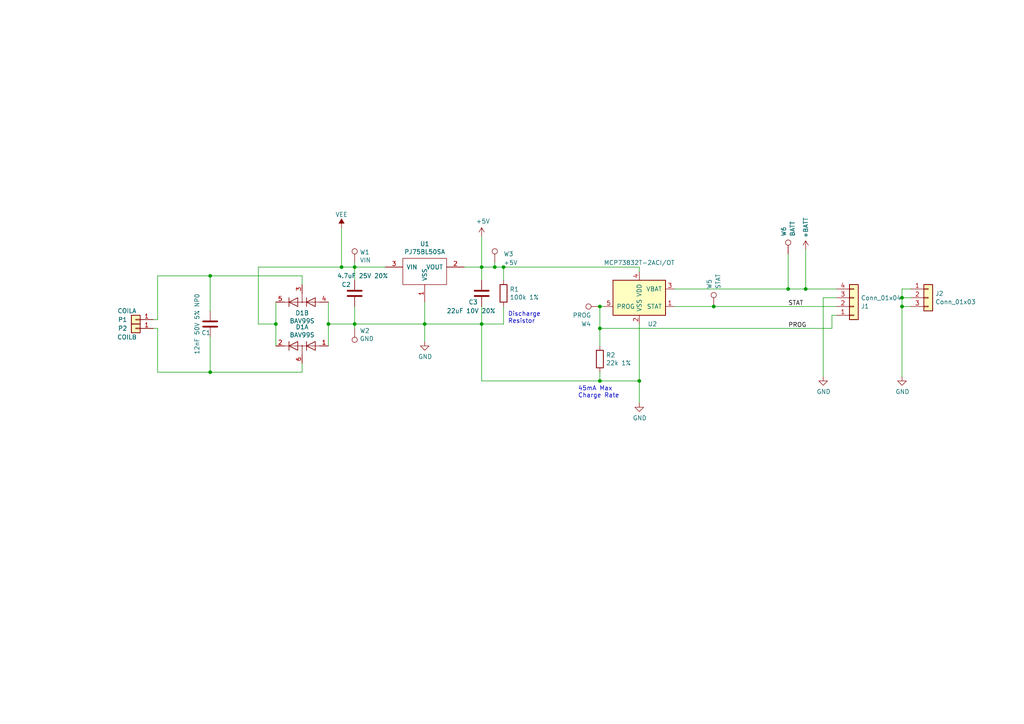
<source format=kicad_sch>
(kicad_sch (version 20230121) (generator eeschema)
  (paper "A4")
  (lib_symbols
    (symbol "Connector_Generic:Conn_01x01" (pin_names (offset 1.016) hide)
      (property "Reference" "J" (at 0 2.54 0))
      (property "Value" "Conn_01x01" (at 0 -2.54 0))
      (symbol "Conn_01x01_1_1"
        (rectangle (start -1.27 0.127) (end 0 -0.127) (stroke (width 0.1524)))
        (rectangle (start -1.27 1.27) (end 1.27 -1.27) (stroke (width 0.254)) (fill (type background)))
        (pin passive line (at -5.08 0 0) (length 3.81) (name "Pin_1") (number "1"))
      )
    )
    (symbol "Connector_Generic:Conn_01x03" (pin_names (offset 1.016) hide)
      (property "Reference" "J" (at 0 5.08 0))
      (property "Value" "Conn_01x03" (at 0 -5.08 0))
      (symbol "Conn_01x03_1_1"
        (rectangle (start -1.27 -2.413) (end 0 -2.667) (stroke (width 0.1524)))
        (rectangle (start -1.27 0.127) (end 0 -0.127) (stroke (width 0.1524)))
        (rectangle (start -1.27 2.667) (end 0 2.413) (stroke (width 0.1524)))
        (rectangle (start -1.27 3.81) (end 1.27 -3.81) (stroke (width 0.254)) (fill (type background)))
        (pin passive line (at -5.08 2.54 0) (length 3.81) (name "Pin_1") (number "1"))
        (pin passive line (at -5.08 0 0) (length 3.81) (name "Pin_2") (number "2"))
        (pin passive line (at -5.08 -2.54 0) (length 3.81) (name "Pin_3") (number "3"))
      )
    )
    (symbol "Connector_Generic:Conn_01x04" (pin_names (offset 1.016) hide)
      (property "Reference" "J" (at 0 5.08 0))
      (property "Value" "Conn_01x04" (at 0 -7.62 0))
      (symbol "Conn_01x04_1_1"
        (rectangle (start -1.27 -4.953) (end 0 -5.207) (stroke (width 0.1524)))
        (rectangle (start -1.27 -2.413) (end 0 -2.667) (stroke (width 0.1524)))
        (rectangle (start -1.27 0.127) (end 0 -0.127) (stroke (width 0.1524)))
        (rectangle (start -1.27 2.667) (end 0 2.413) (stroke (width 0.1524)))
        (rectangle (start -1.27 3.81) (end 1.27 -6.35) (stroke (width 0.254)) (fill (type background)))
        (pin passive line (at -5.08 2.54 0) (length 3.81) (name "Pin_1") (number "1"))
        (pin passive line (at -5.08 0 0) (length 3.81) (name "Pin_2") (number "2"))
        (pin passive line (at -5.08 -2.54 0) (length 3.81) (name "Pin_3") (number "3"))
        (pin passive line (at -5.08 -5.08 0) (length 3.81) (name "Pin_4") (number "4"))
      )
    )
    (symbol "Device:C" (pin_numbers hide) (pin_names (offset 0.254))
      (property "Reference" "C" (at 0.635 2.54 0))
      (property "Value" "C" (at 0.635 -2.54 0))
      (symbol "C_0_1"
        (polyline (pts (xy -2.032 -0.762) (xy 2.032 -0.762)) (stroke (width 0.508)))
        (polyline (pts (xy -2.032 0.762) (xy 2.032 0.762)) (stroke (width 0.508)))
      )
      (symbol "C_1_1"
        (pin passive line (at 0 3.81 270) (length 2.794) (name "~") (number "1"))
        (pin passive line (at 0 -3.81 90) (length 2.794) (name "~") (number "2"))
      )
    )
    (symbol "Device:R" (pin_numbers hide) (pin_names (offset 0))
      (property "Reference" "R" (at 2.032 0 90))
      (property "Value" "R" (at 0 0 90))
      (symbol "R_0_1"
        (rectangle (start -1.016 -2.54) (end 1.016 2.54) (stroke (width 0.254)))
      )
      (symbol "R_1_1"
        (pin passive line (at 0 3.81 270) (length 1.27) (name "~") (number "1"))
        (pin passive line (at 0 -3.81 90) (length 1.27) (name "~") (number "2"))
      )
    )
    (symbol "Pixels-dice:BAV99S-diode" (pin_names (offset 0.0254) hide)
      (property "Reference" "D" (at 0 2.54 0))
      (property "Value" "BAV99S-diode" (at 0 5.08 0))
      (symbol "BAV99S-diode_0_1"
        (polyline (pts (xy -5.08 0) (xy 5.08 0)))
        (polyline (pts (xy 0 0) (xy 0 -2.54)))
        (polyline (pts (xy -1.27 -1.27) (xy -1.27 1.27) (xy -1.27 1.27)) (stroke (width 0.2032)))
        (polyline (pts (xy 3.81 1.27) (xy 3.81 -1.27) (xy 3.81 -1.27)) (stroke (width 0.2032)))
        (polyline (pts (xy -3.81 1.27) (xy -1.27 0) (xy -3.81 -1.27) (xy -3.81 1.27) (xy -3.81 1.27) (xy -3.81 1.27)) (stroke (width 0.2032)))
        (polyline (pts (xy 1.27 1.27) (xy 3.81 0) (xy 1.27 -1.27) (xy 1.27 1.27) (xy 1.27 1.27) (xy 1.27 1.27)) (stroke (width 0.2032)))
        (circle (center 0 0) (radius 0.127))
      )
      (symbol "BAV99S-diode_1_1"
        (polyline (pts (xy 6.35 0) (xy 7.62 0)))
        (pin passive line (at -7.62 0 0) (length 2.54) (name "A1") (number "1"))
        (pin passive line (at 7.62 0 180) (length 2.54) (name "K2") (number "2"))
        (pin passive line (at 0 -5.08 90) (length 2.54) (name "K3A4") (number "6"))
      )
      (symbol "BAV99S-diode_2_1"
        (polyline (pts (xy 6.35 0) (xy 7.62 0)))
        (pin passive line (at 0 -5.08 90) (length 2.54) (name "K1A2") (number "3"))
        (pin passive line (at -7.62 0 0) (length 2.54) (name "A3") (number "4"))
        (pin passive line (at 7.62 0 180) (length 2.54) (name "K4") (number "5"))
      )
    )
    (symbol "Pixels-dice:HX6306P502MR" (pin_names (offset 1.016))
      (property "Reference" "U" (at 3.81 -6.35 0))
      (property "Value" "HX6306P502MR" (at 0 3.81 0))
      (symbol "HX6306P502MR_0_1"
        (rectangle (start -6.35 2.54) (end 6.35 -5.08))
      )
      (symbol "HX6306P502MR_1_1"
        (pin power_in line (at 0 -10.16 90) (length 5.08) (name "VSS") (number "1"))
        (pin power_out line (at 11.43 0 180) (length 5.08) (name "VOUT") (number "2"))
        (pin power_in line (at -11.43 0 0) (length 5.08) (name "VIN") (number "3"))
      )
    )
    (symbol "Pixels-dice:MCP73831-2-OT-battery_management" (pin_names (offset 1.016))
      (property "Reference" "U" (at -7.62 6.35 0))
      (property "Value" "MCP73831-2-OT-battery_management" (at 1.27 6.35 0))
      (symbol "MCP73831-2-OT-battery_management_0_1"
        (rectangle (start -7.62 5.08) (end 7.62 -5.08) (stroke (width 0.254)) (fill (type background)))
      )
      (symbol "MCP73831-2-OT-battery_management_1_1"
        (pin output line (at 10.16 -2.54 180) (length 2.54) (name "STAT") (number "1"))
        (pin power_in line (at 0 -7.62 90) (length 2.54) (name "VSS") (number "2"))
        (pin power_out line (at 10.16 2.54 180) (length 2.54) (name "VBAT") (number "3"))
        (pin power_in line (at 0 7.62 270) (length 2.54) (name "VDD") (number "4"))
        (pin input line (at -10.16 -2.54 0) (length 2.54) (name "PROG") (number "5"))
      )
    )
    (symbol "Pixels-dice:TEST_1P-conn" (pin_numbers hide) (pin_names (offset 0.762) hide)
      (property "Reference" "W" (at 0 6.858 0))
      (property "Value" "TEST_1P-conn" (at 0 5.08 0))
      (symbol "TEST_1P-conn_0_1"
        (circle (center 0 3.302) (radius 0.762))
      )
      (symbol "TEST_1P-conn_1_1"
        (pin passive line (at 0 0 90) (length 2.54) (name "1") (number "1"))
      )
    )
    (symbol "power:+5V" (power) (pin_names (offset 0))
      (property "Value" "+5V" (at 0 3.556 0))
      (symbol "+5V_0_1"
        (polyline (pts (xy -0.762 1.27) (xy 0 2.54)))
        (polyline (pts (xy 0 0) (xy 0 2.54)))
        (polyline (pts (xy 0 2.54) (xy 0.762 1.27)))
      )
      (symbol "+5V_1_1"
        (pin power_in line (at 0 0 90) (length 0) hide (name "+5V") (number "1"))
      )
    )
    (symbol "power:+BATT" (power) (pin_names (offset 0))
      (property "Value" "+BATT" (at 0 3.556 0))
      (symbol "+BATT_0_1"
        (polyline (pts (xy -0.762 1.27) (xy 0 2.54)))
        (polyline (pts (xy 0 0) (xy 0 2.54)))
        (polyline (pts (xy 0 2.54) (xy 0.762 1.27)))
      )
      (symbol "+BATT_1_1"
        (pin power_in line (at 0 0 90) (length 0) hide (name "+BATT") (number "1"))
      )
    )
    (symbol "power:GND" (power) (pin_names (offset 0))
      (property "Value" "GND" (at 0 -3.81 0))
      (symbol "GND_0_1"
        (polyline (pts (xy 0 0) (xy 0 -1.27) (xy 1.27 -1.27) (xy 0 -2.54) (xy -1.27 -1.27) (xy 0 -1.27)))
      )
      (symbol "GND_1_1"
        (pin power_in line (at 0 0 270) (length 0) hide (name "GND") (number "1"))
      )
    )
    (symbol "power:VEE" (power) (pin_names (offset 0))
      (property "Value" "VEE" (at 0 3.81 0))
      (symbol "VEE_0_1"
        (polyline (pts (xy 0 0) (xy 0 2.54)))
        (polyline (pts (xy 0.762 1.27) (xy -0.762 1.27) (xy 0 2.54) (xy 0.762 1.27)) (fill (type outline)))
      )
      (symbol "VEE_1_1"
        (pin power_in line (at 0 0 90) (length 0) hide (name "VEE") (number "1"))
      )
    )
  )
  (junction (at 95.25 93.98))
  (junction (at 80.01 93.98))
  (junction (at 185.42 110.49))
  (junction (at 228.6 83.82))
  (junction (at 60.96 107.95))
  (junction (at 123.19 93.98))
  (junction (at 139.7 93.98))
  (junction (at 102.87 93.98))
  (junction (at 143.51 77.47))
  (junction (at 173.99 88.9))
  (junction (at 261.62 88.9))
  (junction (at 261.62 86.36))
  (junction (at 60.96 80.01))
  (junction (at 139.7 77.47))
  (junction (at 173.99 110.49))
  (junction (at 102.87 77.47))
  (junction (at 146.05 77.47))
  (junction (at 207.01 88.9))
  (junction (at 173.99 95.25))
  (junction (at 99.06 77.47))
  (junction (at 233.68 83.82))
  (wire (pts (xy 143.51 76.2) (xy 143.51 77.47)))
  (wire (pts (xy 102.87 77.47) (xy 111.76 77.47)))
  (wire (pts (xy 74.93 93.98) (xy 74.93 77.47)))
  (wire (pts (xy 233.68 83.82) (xy 242.57 83.82)))
  (wire (pts (xy 261.62 86.36) (xy 261.62 88.9)))
  (wire (pts (xy 146.05 77.47) (xy 146.05 81.28)))
  (wire (pts (xy 173.99 95.25) (xy 173.99 88.9)))
  (wire (pts (xy 261.62 83.82) (xy 264.16 83.82)))
  (wire (pts (xy 175.26 88.9) (xy 173.99 88.9)))
  (wire (pts (xy 146.05 77.47) (xy 185.42 77.47)))
  (wire (pts (xy 207.01 88.9) (xy 242.57 88.9)))
  (wire (pts (xy 238.76 86.36) (xy 238.76 109.22)))
  (wire (pts (xy 99.06 77.47) (xy 102.87 77.47)))
  (wire (pts (xy 102.87 76.2) (xy 102.87 77.47)))
  (wire (pts (xy 143.51 77.47) (xy 146.05 77.47)))
  (wire (pts (xy 95.25 87.63) (xy 95.25 93.98)))
  (wire (pts (xy 102.87 95.25) (xy 102.87 93.98)))
  (wire (pts (xy 173.99 107.95) (xy 173.99 110.49)))
  (wire (pts (xy 173.99 110.49) (xy 185.42 110.49)))
  (wire (pts (xy 45.72 95.25) (xy 44.45 95.25)))
  (wire (pts (xy 134.62 77.47) (xy 139.7 77.47)))
  (wire (pts (xy 80.01 93.98) (xy 80.01 100.33)))
  (wire (pts (xy 123.19 87.63) (xy 123.19 93.98)))
  (wire (pts (xy 99.06 66.04) (xy 99.06 77.47)))
  (wire (pts (xy 95.25 93.98) (xy 95.25 100.33)))
  (wire (pts (xy 146.05 88.9) (xy 146.05 93.98)))
  (wire (pts (xy 102.87 93.98) (xy 95.25 93.98)))
  (wire (pts (xy 45.72 80.01) (xy 45.72 92.71)))
  (wire (pts (xy 261.62 86.36) (xy 264.16 86.36)))
  (wire (pts (xy 195.58 88.9) (xy 207.01 88.9)))
  (wire (pts (xy 241.3 91.44) (xy 241.3 95.25)))
  (wire (pts (xy 80.01 87.63) (xy 80.01 93.98)))
  (wire (pts (xy 185.42 110.49) (xy 185.42 116.84)))
  (wire (pts (xy 139.7 68.58) (xy 139.7 77.47)))
  (wire (pts (xy 228.6 73.66) (xy 228.6 83.82)))
  (wire (pts (xy 139.7 93.98) (xy 139.7 110.49)))
  (wire (pts (xy 87.63 82.55) (xy 87.63 80.01)))
  (wire (pts (xy 173.99 95.25) (xy 241.3 95.25)))
  (wire (pts (xy 60.96 107.95) (xy 45.72 107.95)))
  (wire (pts (xy 74.93 77.47) (xy 99.06 77.47)))
  (wire (pts (xy 102.87 77.47) (xy 102.87 81.28)))
  (wire (pts (xy 80.01 93.98) (xy 74.93 93.98)))
  (wire (pts (xy 261.62 83.82) (xy 261.62 86.36)))
  (wire (pts (xy 123.19 93.98) (xy 123.19 99.06)))
  (wire (pts (xy 45.72 107.95) (xy 45.72 95.25)))
  (wire (pts (xy 233.68 72.39) (xy 233.68 83.82)))
  (wire (pts (xy 60.96 90.17) (xy 60.96 80.01)))
  (wire (pts (xy 228.6 83.82) (xy 233.68 83.82)))
  (wire (pts (xy 102.87 88.9) (xy 102.87 93.98)))
  (wire (pts (xy 60.96 80.01) (xy 45.72 80.01)))
  (wire (pts (xy 87.63 105.41) (xy 87.63 107.95)))
  (wire (pts (xy 60.96 80.01) (xy 87.63 80.01)))
  (wire (pts (xy 173.99 95.25) (xy 173.99 100.33)))
  (wire (pts (xy 185.42 78.74) (xy 185.42 77.47)))
  (wire (pts (xy 123.19 93.98) (xy 139.7 93.98)))
  (wire (pts (xy 146.05 93.98) (xy 139.7 93.98)))
  (wire (pts (xy 242.57 86.36) (xy 238.76 86.36)))
  (wire (pts (xy 261.62 88.9) (xy 261.62 109.22)))
  (wire (pts (xy 139.7 110.49) (xy 173.99 110.49)))
  (wire (pts (xy 45.72 92.71) (xy 44.45 92.71)))
  (wire (pts (xy 102.87 93.98) (xy 123.19 93.98)))
  (wire (pts (xy 261.62 88.9) (xy 264.16 88.9)))
  (wire (pts (xy 241.3 91.44) (xy 242.57 91.44)))
  (wire (pts (xy 60.96 97.79) (xy 60.96 107.95)))
  (wire (pts (xy 139.7 77.47) (xy 143.51 77.47)))
  (wire (pts (xy 60.96 107.95) (xy 87.63 107.95)))
  (wire (pts (xy 195.58 83.82) (xy 228.6 83.82)))
  (wire (pts (xy 139.7 93.98) (xy 139.7 88.9)))
  (wire (pts (xy 139.7 77.47) (xy 139.7 81.28)))
  (wire (pts (xy 185.42 93.98) (xy 185.42 110.49)))
  (text "Discharge\nResistor" (at 147.32 93.98 0) (effects (font (size 1.27 1.27)) (justify left bottom)))
  (text "45mA Max\nCharge Rate" (at 167.64 115.57 0) (effects (font (size 1.27 1.27)) (justify left bottom)))
  (label "STAT" (at 228.6 88.9 0))
  (label "PROG" (at 228.6 95.25 0))
  (symbol (lib_id "Pixels-dice:MCP73831-2-OT-battery_management") (at 185.42 86.36 0) (unit 1)
    (property "Reference" "U2" (at 189.23 93.98 0))
    (property "Value" "MCP73832T-2ACI/OT" (at 185.42 76.2 0))
    (property "Footprint" "Package_TO_SOT_SMD:SOT-23-5" (effects hide))
    (property "Datasheet" "http://ww1.microchip.com/downloads/en/DeviceDoc/20001984g.pdf" (effects hide))
    (property "Generic OK" "NO" (effects hide))
    (property "Manufacturer" "Microchip" (effects hide))
    (property "Manufacturer Part Number" "MCP73832T-2ACI/OT" (effects hide))
    (property "Pixels Part Number" "SMD-U005" (effects hide))
    (property "LCSC Part Number" "C38066" (effects hide))
  )
  (symbol (lib_id "Pixels-dice:TEST_1P-conn") (at 102.87 76.2 0) (unit 1)
    (property "Reference" "W1" (at 104.3432 73.152 0) (effects (justify left)))
    (property "Value" "VIN" (at 104.3432 75.4634 0) (effects (justify left)))
    (property "Footprint" "Pixels-dice:TEST_PIN" (effects hide))
    (property "Generic OK" "N/A" (effects hide))
  )
  (symbol (lib_id "Pixels-dice:BAV99S-diode") (at 87.63 100.33 0) (mirror y) (unit 1)
    (property "Reference" "D1" (at 87.63 94.8436 0))
    (property "Value" "BAV99S" (at 87.63 97.155 0))
    (property "Footprint" "Package_TO_SOT_SMD:SOT-363_SC-70-6" (effects hide))
    (property "Datasheet" "https://assets.nexperia.com/documents/data-sheet/BAV99_SER.pdf" (effects hide))
    (property "Generic OK" "YES" (effects hide))
    (property "Manufacturer" "Nexperia" (effects hide))
    (property "Manufacturer Part Number" "BAV99S,115" (effects hide))
    (property "Pixels Part Number" "SMD-D001" (effects hide))
    (property "LCSC Part Number" "C96225" (effects hide))
  )
  (symbol (lib_id "Pixels-dice:TEST_1P-conn") (at 173.99 88.9 90) (unit 1)
    (property "Reference" "W4" (at 171.45 93.98 90) (effects (justify left)))
    (property "Value" "PROG" (at 171.45 91.44 90) (effects (justify left)))
    (property "Footprint" "Pixels-dice:TEST_PIN" (effects hide))
    (property "Generic OK" "N/A" (effects hide))
  )
  (symbol (lib_id "Pixels-dice:TEST_1P-conn") (at 102.87 95.25 180) (unit 1)
    (property "Reference" "W2" (at 104.3432 95.9358 0) (effects (justify right)))
    (property "Value" "GND" (at 104.3432 98.2472 0) (effects (justify right)))
    (property "Footprint" "Pixels-dice:TEST_PIN" (effects hide))
    (property "Generic OK" "N/A" (effects hide))
  )
  (symbol (lib_id "Connector_Generic:Conn_01x01") (at 39.37 95.25 180) (unit 1)
    (property "Reference" "P2" (at 35.56 95.25 0))
    (property "Value" "COILB" (at 36.83 97.79 0))
    (property "Footprint" "TestPoint:TestPoint_THTPad_D1.5mm_Drill0.7mm" (effects hide))
    (property "Generic OK" "N/A" (effects hide))
  )
  (symbol (lib_id "Pixels-dice:HX6306P502MR") (at 123.19 77.47 0) (unit 1)
    (property "Reference" "U1" (at 123.19 70.739 0))
    (property "Value" "PJ75BL50SA" (at 123.19 73.0504 0))
    (property "Footprint" "Pixels-dice:SOT-23" (effects hide))
    (property "Manufacturer" "PJSEMI" (effects hide))
    (property "Manufacturer Part Number" "PJ75BL50SA" (effects hide))
    (property "Generic OK" "NO" (effects hide))
    (property "LCSC Part Number" "C5456751" (effects hide))
  )
  (symbol (lib_id "power:GND") (at 185.42 116.84 0) (unit 1)
    (property "Reference" "#PWR04" (effects hide))
    (property "Value" "GND" (at 185.547 121.2342 0))
  )
  (symbol (lib_id "power:+5V") (at 139.7 68.58 0) (unit 1)
    (property "Reference" "#PWR03" (effects hide))
    (property "Value" "+5V" (at 140.081 64.1858 0))
  )
  (symbol (lib_id "Device:C") (at 139.7 85.09 0) (unit 1)
    (property "Reference" "C3" (at 135.89 87.63 0) (effects (justify left)))
    (property "Value" "22uF 10V 20%" (at 129.54 90.17 0) (effects (justify left)))
    (property "Footprint" "Capacitor_SMD:C_0603_1608Metric" (effects hide))
    (property "Generic OK" "YES" (effects hide))
    (property "Pixels Part Number" "SMD-C002" (effects hide))
    (property "Manufacturer" "Murata" (effects hide))
    (property "Manufacturer Part Number" "GRM188R61A226ME15D" (effects hide))
    (property "LCSC Part Number" "C84419" (effects hide))
  )
  (symbol (lib_id "power:GND") (at 123.19 99.06 0) (unit 1)
    (property "Reference" "#PWR02" (effects hide))
    (property "Value" "GND" (at 123.317 103.4542 0))
  )
  (symbol (lib_id "Connector_Generic:Conn_01x04") (at 247.65 88.9 0) (mirror x) (unit 1)
    (property "Reference" "J1" (at 249.682 88.8421 0) (effects (justify left)))
    (property "Value" "Conn_01x04" (at 249.682 86.4179 0) (effects (justify left)))
    (property "Footprint" "Connector_PinHeader_2.54mm:PinHeader_1x04_P2.54mm_Vertical" (effects hide))
  )
  (symbol (lib_id "Device:R") (at 173.99 104.14 0) (unit 1)
    (property "Reference" "R2" (at 175.768 102.9716 0) (effects (justify left)))
    (property "Value" "22k 1%" (at 175.768 105.283 0) (effects (justify left)))
    (property "Footprint" "Resistor_SMD:R_0402_1005Metric" (effects hide))
    (property "Generic OK" "YES" (effects hide))
    (property "Pixels Part Number" "SMD-R002" (effects hide))
    (property "Manufacturer" "UNI-ROYAL(Uniroyal Elec)" (effects hide))
    (property "Manufacturer Part Number" "0402WGF2202TCE" (effects hide))
    (property "LCSC Part Number" "C25768" (effects hide))
  )
  (symbol (lib_id "Device:R") (at 146.05 85.09 0) (unit 1)
    (property "Reference" "R1" (at 147.828 83.9216 0) (effects (justify left)))
    (property "Value" "100k 1%" (at 147.828 86.233 0) (effects (justify left)))
    (property "Footprint" "Pixels-dice:R_0402_1005Metric" (effects hide))
    (property "Generic OK" "YES" (effects hide))
    (property "Pixels Part Number" "SMD-R006" (effects hide))
    (property "Manufacturer" "UNI-ROYAL(Uniroyal Elec)" (effects hide))
    (property "Manufacturer Part Number" "0402WGF1003TCE" (effects hide))
    (property "LCSC Part Number" "C25741" (effects hide))
  )
  (symbol (lib_id "power:GND") (at 261.62 109.22 0) (unit 1)
    (property "Reference" "#PWR07" (effects hide))
    (property "Value" "GND" (at 261.747 113.6142 0))
  )
  (symbol (lib_id "Device:C") (at 60.96 93.98 0) (unit 1)
    (property "Reference" "C1" (at 58.42 96.52 0) (effects (justify left)))
    (property "Value" "12nF 50V 5% NP0" (at 57.15 102.87 90) (effects (justify left)))
    (property "Footprint" "Capacitor_SMD:C_0805_2012Metric" (effects hide))
    (property "Generic OK" "NO" (effects hide))
    (property "Pixels Part Number" "SMD-C011" (effects hide))
    (property "Manufacturer" "Murata" (effects hide))
    (property "Manufacturer Part Number" "GRM2195C1H123JA01D" (effects hide))
    (property "LCSC Part Number" "C97906" (effects hide))
  )
  (symbol (lib_id "Connector_Generic:Conn_01x03") (at 269.24 86.36 0) (unit 1)
    (property "Reference" "J2" (at 271.272 85.1479 0) (effects (justify left)))
    (property "Value" "Conn_01x03" (at 271.272 87.5721 0) (effects (justify left)))
    (property "Footprint" "Connector_PinHeader_2.54mm:PinHeader_1x03_P2.54mm_Vertical" (effects hide))
  )
  (symbol (lib_id "power:GND") (at 238.76 109.22 0) (unit 1)
    (property "Reference" "#PWR06" (effects hide))
    (property "Value" "GND" (at 238.887 113.6142 0))
  )
  (symbol (lib_id "Device:C") (at 102.87 85.09 0) (unit 1)
    (property "Reference" "C2" (at 99.06 82.55 0) (effects (justify left)))
    (property "Value" "4.7uF 25V 20%" (at 97.79 80.01 0) (effects (justify left)))
    (property "Footprint" "Capacitor_SMD:C_0603_1608Metric" (effects hide))
    (property "Generic OK" "YES" (effects hide))
    (property "Pixels Part Number" "SMD-C010" (effects hide))
    (property "Manufacturer" "Murata" (effects hide))
    (property "Manufacturer Part Number" "GRM188R61E475KE11D" (effects hide))
    (property "LCSC Part Number" "C90057" (effects hide))
  )
  (symbol (lib_id "Connector_Generic:Conn_01x01") (at 39.37 92.71 180) (unit 1)
    (property "Reference" "P1" (at 35.56 92.71 0))
    (property "Value" "COILA" (at 36.83 90.17 0))
    (property "Footprint" "TestPoint:TestPoint_THTPad_D1.5mm_Drill0.7mm" (effects hide))
    (property "Generic OK" "N/A" (effects hide))
  )
  (symbol (lib_id "power:VEE") (at 99.06 66.04 0) (unit 1)
    (property "Reference" "#PWR01" (effects hide))
    (property "Value" "VEE" (at 99.06 62.23 0))
  )
  (symbol (lib_id "Pixels-dice:BAV99S-diode") (at 87.63 87.63 180) (unit 2)
    (property "Reference" "D1" (at 87.63 90.7796 0))
    (property "Value" "BAV99S" (at 87.63 93.091 0))
    (property "Footprint" "Package_TO_SOT_SMD:SOT-363_SC-70-6" (effects hide))
    (property "Datasheet" "https://assets.nexperia.com/documents/data-sheet/BAV99_SER.pdf" (effects hide))
    (property "Generic OK" "YES" (effects hide))
    (property "Manufacturer" "Nexperia" (effects hide))
    (property "Manufacturer Part Number" "BAV99S,115" (effects hide))
    (property "Pixels Part Number" "SMD-D001" (effects hide))
    (property "LCSC Part Number" "C96225" (effects hide))
  )
  (symbol (lib_id "power:+BATT") (at 233.68 72.39 0) (unit 1)
    (property "Reference" "#PWR05" (effects hide))
    (property "Value" "+BATT" (at 233.68 66.04 90))
  )
  (symbol (lib_id "Pixels-dice:TEST_1P-conn") (at 228.6 73.66 0) (unit 1)
    (property "Reference" "W6" (at 227.33 68.58 90) (effects (justify left)))
    (property "Value" "BATT" (at 229.87 68.58 90) (effects (justify left)))
    (property "Footprint" "Pixels-dice:TEST_PIN" (effects hide))
    (property "Generic OK" "N/A" (effects hide))
  )
  (symbol (lib_id "Pixels-dice:TEST_1P-conn") (at 143.51 76.2 0) (unit 1)
    (property "Reference" "W3" (at 146.05 73.66 0) (effects (justify left)))
    (property "Value" "+5V" (at 146.05 76.2 0) (effects (justify left)))
    (property "Footprint" "Pixels-dice:TEST_PIN" (effects hide))
    (property "Generic OK" "N/A" (effects hide))
  )
  (symbol (lib_id "Pixels-dice:TEST_1P-conn") (at 207.01 88.9 0) (unit 1)
    (property "Reference" "W5" (at 205.74 83.82 90) (effects (justify left)))
    (property "Value" "STAT" (at 208.28 83.82 90) (effects (justify left)))
    (property "Footprint" "Pixels-dice:TEST_PIN" (effects hide))
    (property "Generic OK" "N/A" (effects hide))
  )
)
</source>
